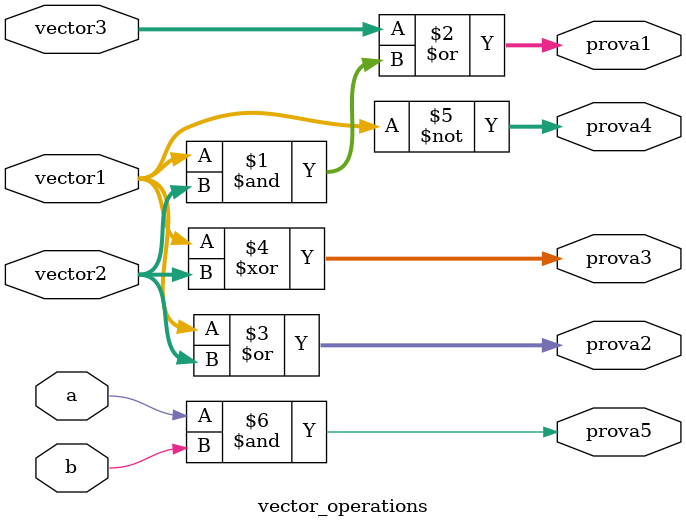
<source format=sv>
module vector_operations(
    input logic [5:0] vector1, vector2,vector3,
    input logic a,b,
    output logic [5:0] prova1,prova2,prova3,prova4,
    output logic prova5
);

    // Assegnazione di valori ai vettori e allo scalare        
    // Operazione AND elemento per elemento tra i vettori
   assign prova1 = vector3 | (vector1 & vector2);
   assign prova2 = vector1 | vector2;
   assign prova3 = vector1 ^ vector2; 
   assign prova4 = ~ vector1;
   assign prova5 = a & b;
endmodule

</source>
